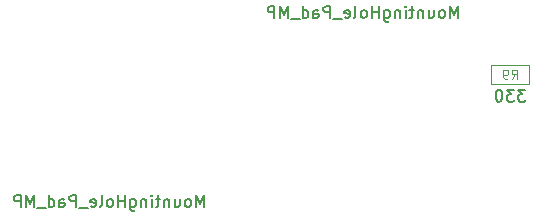
<source format=gbr>
G04 #@! TF.GenerationSoftware,KiCad,Pcbnew,8.0.4*
G04 #@! TF.CreationDate,2025-01-01T16:22:17-06:00*
G04 #@! TF.ProjectId,HVBoard,4856426f-6172-4642-9e6b-696361645f70,rev?*
G04 #@! TF.SameCoordinates,Original*
G04 #@! TF.FileFunction,AssemblyDrawing,Bot*
%FSLAX46Y46*%
G04 Gerber Fmt 4.6, Leading zero omitted, Abs format (unit mm)*
G04 Created by KiCad (PCBNEW 8.0.4) date 2025-01-01 16:22:17*
%MOMM*%
%LPD*%
G01*
G04 APERTURE LIST*
%ADD10C,0.150000*%
%ADD11C,0.120000*%
%ADD12C,0.100000*%
G04 APERTURE END LIST*
D10*
X69523809Y-15704819D02*
X69523809Y-14704819D01*
X69523809Y-14704819D02*
X69190476Y-15419104D01*
X69190476Y-15419104D02*
X68857143Y-14704819D01*
X68857143Y-14704819D02*
X68857143Y-15704819D01*
X68238095Y-15704819D02*
X68333333Y-15657200D01*
X68333333Y-15657200D02*
X68380952Y-15609580D01*
X68380952Y-15609580D02*
X68428571Y-15514342D01*
X68428571Y-15514342D02*
X68428571Y-15228628D01*
X68428571Y-15228628D02*
X68380952Y-15133390D01*
X68380952Y-15133390D02*
X68333333Y-15085771D01*
X68333333Y-15085771D02*
X68238095Y-15038152D01*
X68238095Y-15038152D02*
X68095238Y-15038152D01*
X68095238Y-15038152D02*
X68000000Y-15085771D01*
X68000000Y-15085771D02*
X67952381Y-15133390D01*
X67952381Y-15133390D02*
X67904762Y-15228628D01*
X67904762Y-15228628D02*
X67904762Y-15514342D01*
X67904762Y-15514342D02*
X67952381Y-15609580D01*
X67952381Y-15609580D02*
X68000000Y-15657200D01*
X68000000Y-15657200D02*
X68095238Y-15704819D01*
X68095238Y-15704819D02*
X68238095Y-15704819D01*
X67047619Y-15038152D02*
X67047619Y-15704819D01*
X67476190Y-15038152D02*
X67476190Y-15561961D01*
X67476190Y-15561961D02*
X67428571Y-15657200D01*
X67428571Y-15657200D02*
X67333333Y-15704819D01*
X67333333Y-15704819D02*
X67190476Y-15704819D01*
X67190476Y-15704819D02*
X67095238Y-15657200D01*
X67095238Y-15657200D02*
X67047619Y-15609580D01*
X66571428Y-15038152D02*
X66571428Y-15704819D01*
X66571428Y-15133390D02*
X66523809Y-15085771D01*
X66523809Y-15085771D02*
X66428571Y-15038152D01*
X66428571Y-15038152D02*
X66285714Y-15038152D01*
X66285714Y-15038152D02*
X66190476Y-15085771D01*
X66190476Y-15085771D02*
X66142857Y-15181009D01*
X66142857Y-15181009D02*
X66142857Y-15704819D01*
X65809523Y-15038152D02*
X65428571Y-15038152D01*
X65666666Y-14704819D02*
X65666666Y-15561961D01*
X65666666Y-15561961D02*
X65619047Y-15657200D01*
X65619047Y-15657200D02*
X65523809Y-15704819D01*
X65523809Y-15704819D02*
X65428571Y-15704819D01*
X65095237Y-15704819D02*
X65095237Y-15038152D01*
X65095237Y-14704819D02*
X65142856Y-14752438D01*
X65142856Y-14752438D02*
X65095237Y-14800057D01*
X65095237Y-14800057D02*
X65047618Y-14752438D01*
X65047618Y-14752438D02*
X65095237Y-14704819D01*
X65095237Y-14704819D02*
X65095237Y-14800057D01*
X64619047Y-15038152D02*
X64619047Y-15704819D01*
X64619047Y-15133390D02*
X64571428Y-15085771D01*
X64571428Y-15085771D02*
X64476190Y-15038152D01*
X64476190Y-15038152D02*
X64333333Y-15038152D01*
X64333333Y-15038152D02*
X64238095Y-15085771D01*
X64238095Y-15085771D02*
X64190476Y-15181009D01*
X64190476Y-15181009D02*
X64190476Y-15704819D01*
X63285714Y-15038152D02*
X63285714Y-15847676D01*
X63285714Y-15847676D02*
X63333333Y-15942914D01*
X63333333Y-15942914D02*
X63380952Y-15990533D01*
X63380952Y-15990533D02*
X63476190Y-16038152D01*
X63476190Y-16038152D02*
X63619047Y-16038152D01*
X63619047Y-16038152D02*
X63714285Y-15990533D01*
X63285714Y-15657200D02*
X63380952Y-15704819D01*
X63380952Y-15704819D02*
X63571428Y-15704819D01*
X63571428Y-15704819D02*
X63666666Y-15657200D01*
X63666666Y-15657200D02*
X63714285Y-15609580D01*
X63714285Y-15609580D02*
X63761904Y-15514342D01*
X63761904Y-15514342D02*
X63761904Y-15228628D01*
X63761904Y-15228628D02*
X63714285Y-15133390D01*
X63714285Y-15133390D02*
X63666666Y-15085771D01*
X63666666Y-15085771D02*
X63571428Y-15038152D01*
X63571428Y-15038152D02*
X63380952Y-15038152D01*
X63380952Y-15038152D02*
X63285714Y-15085771D01*
X62809523Y-15704819D02*
X62809523Y-14704819D01*
X62809523Y-15181009D02*
X62238095Y-15181009D01*
X62238095Y-15704819D02*
X62238095Y-14704819D01*
X61619047Y-15704819D02*
X61714285Y-15657200D01*
X61714285Y-15657200D02*
X61761904Y-15609580D01*
X61761904Y-15609580D02*
X61809523Y-15514342D01*
X61809523Y-15514342D02*
X61809523Y-15228628D01*
X61809523Y-15228628D02*
X61761904Y-15133390D01*
X61761904Y-15133390D02*
X61714285Y-15085771D01*
X61714285Y-15085771D02*
X61619047Y-15038152D01*
X61619047Y-15038152D02*
X61476190Y-15038152D01*
X61476190Y-15038152D02*
X61380952Y-15085771D01*
X61380952Y-15085771D02*
X61333333Y-15133390D01*
X61333333Y-15133390D02*
X61285714Y-15228628D01*
X61285714Y-15228628D02*
X61285714Y-15514342D01*
X61285714Y-15514342D02*
X61333333Y-15609580D01*
X61333333Y-15609580D02*
X61380952Y-15657200D01*
X61380952Y-15657200D02*
X61476190Y-15704819D01*
X61476190Y-15704819D02*
X61619047Y-15704819D01*
X60714285Y-15704819D02*
X60809523Y-15657200D01*
X60809523Y-15657200D02*
X60857142Y-15561961D01*
X60857142Y-15561961D02*
X60857142Y-14704819D01*
X59952380Y-15657200D02*
X60047618Y-15704819D01*
X60047618Y-15704819D02*
X60238094Y-15704819D01*
X60238094Y-15704819D02*
X60333332Y-15657200D01*
X60333332Y-15657200D02*
X60380951Y-15561961D01*
X60380951Y-15561961D02*
X60380951Y-15181009D01*
X60380951Y-15181009D02*
X60333332Y-15085771D01*
X60333332Y-15085771D02*
X60238094Y-15038152D01*
X60238094Y-15038152D02*
X60047618Y-15038152D01*
X60047618Y-15038152D02*
X59952380Y-15085771D01*
X59952380Y-15085771D02*
X59904761Y-15181009D01*
X59904761Y-15181009D02*
X59904761Y-15276247D01*
X59904761Y-15276247D02*
X60380951Y-15371485D01*
X59714285Y-15800057D02*
X58952380Y-15800057D01*
X58714284Y-15704819D02*
X58714284Y-14704819D01*
X58714284Y-14704819D02*
X58333332Y-14704819D01*
X58333332Y-14704819D02*
X58238094Y-14752438D01*
X58238094Y-14752438D02*
X58190475Y-14800057D01*
X58190475Y-14800057D02*
X58142856Y-14895295D01*
X58142856Y-14895295D02*
X58142856Y-15038152D01*
X58142856Y-15038152D02*
X58190475Y-15133390D01*
X58190475Y-15133390D02*
X58238094Y-15181009D01*
X58238094Y-15181009D02*
X58333332Y-15228628D01*
X58333332Y-15228628D02*
X58714284Y-15228628D01*
X57285713Y-15704819D02*
X57285713Y-15181009D01*
X57285713Y-15181009D02*
X57333332Y-15085771D01*
X57333332Y-15085771D02*
X57428570Y-15038152D01*
X57428570Y-15038152D02*
X57619046Y-15038152D01*
X57619046Y-15038152D02*
X57714284Y-15085771D01*
X57285713Y-15657200D02*
X57380951Y-15704819D01*
X57380951Y-15704819D02*
X57619046Y-15704819D01*
X57619046Y-15704819D02*
X57714284Y-15657200D01*
X57714284Y-15657200D02*
X57761903Y-15561961D01*
X57761903Y-15561961D02*
X57761903Y-15466723D01*
X57761903Y-15466723D02*
X57714284Y-15371485D01*
X57714284Y-15371485D02*
X57619046Y-15323866D01*
X57619046Y-15323866D02*
X57380951Y-15323866D01*
X57380951Y-15323866D02*
X57285713Y-15276247D01*
X56380951Y-15704819D02*
X56380951Y-14704819D01*
X56380951Y-15657200D02*
X56476189Y-15704819D01*
X56476189Y-15704819D02*
X56666665Y-15704819D01*
X56666665Y-15704819D02*
X56761903Y-15657200D01*
X56761903Y-15657200D02*
X56809522Y-15609580D01*
X56809522Y-15609580D02*
X56857141Y-15514342D01*
X56857141Y-15514342D02*
X56857141Y-15228628D01*
X56857141Y-15228628D02*
X56809522Y-15133390D01*
X56809522Y-15133390D02*
X56761903Y-15085771D01*
X56761903Y-15085771D02*
X56666665Y-15038152D01*
X56666665Y-15038152D02*
X56476189Y-15038152D01*
X56476189Y-15038152D02*
X56380951Y-15085771D01*
X56142856Y-15800057D02*
X55380951Y-15800057D01*
X55142855Y-15704819D02*
X55142855Y-14704819D01*
X55142855Y-14704819D02*
X54809522Y-15419104D01*
X54809522Y-15419104D02*
X54476189Y-14704819D01*
X54476189Y-14704819D02*
X54476189Y-15704819D01*
X53999998Y-15704819D02*
X53999998Y-14704819D01*
X53999998Y-14704819D02*
X53619046Y-14704819D01*
X53619046Y-14704819D02*
X53523808Y-14752438D01*
X53523808Y-14752438D02*
X53476189Y-14800057D01*
X53476189Y-14800057D02*
X53428570Y-14895295D01*
X53428570Y-14895295D02*
X53428570Y-15038152D01*
X53428570Y-15038152D02*
X53476189Y-15133390D01*
X53476189Y-15133390D02*
X53523808Y-15181009D01*
X53523808Y-15181009D02*
X53619046Y-15228628D01*
X53619046Y-15228628D02*
X53999998Y-15228628D01*
X48023809Y-31704819D02*
X48023809Y-30704819D01*
X48023809Y-30704819D02*
X47690476Y-31419104D01*
X47690476Y-31419104D02*
X47357143Y-30704819D01*
X47357143Y-30704819D02*
X47357143Y-31704819D01*
X46738095Y-31704819D02*
X46833333Y-31657200D01*
X46833333Y-31657200D02*
X46880952Y-31609580D01*
X46880952Y-31609580D02*
X46928571Y-31514342D01*
X46928571Y-31514342D02*
X46928571Y-31228628D01*
X46928571Y-31228628D02*
X46880952Y-31133390D01*
X46880952Y-31133390D02*
X46833333Y-31085771D01*
X46833333Y-31085771D02*
X46738095Y-31038152D01*
X46738095Y-31038152D02*
X46595238Y-31038152D01*
X46595238Y-31038152D02*
X46500000Y-31085771D01*
X46500000Y-31085771D02*
X46452381Y-31133390D01*
X46452381Y-31133390D02*
X46404762Y-31228628D01*
X46404762Y-31228628D02*
X46404762Y-31514342D01*
X46404762Y-31514342D02*
X46452381Y-31609580D01*
X46452381Y-31609580D02*
X46500000Y-31657200D01*
X46500000Y-31657200D02*
X46595238Y-31704819D01*
X46595238Y-31704819D02*
X46738095Y-31704819D01*
X45547619Y-31038152D02*
X45547619Y-31704819D01*
X45976190Y-31038152D02*
X45976190Y-31561961D01*
X45976190Y-31561961D02*
X45928571Y-31657200D01*
X45928571Y-31657200D02*
X45833333Y-31704819D01*
X45833333Y-31704819D02*
X45690476Y-31704819D01*
X45690476Y-31704819D02*
X45595238Y-31657200D01*
X45595238Y-31657200D02*
X45547619Y-31609580D01*
X45071428Y-31038152D02*
X45071428Y-31704819D01*
X45071428Y-31133390D02*
X45023809Y-31085771D01*
X45023809Y-31085771D02*
X44928571Y-31038152D01*
X44928571Y-31038152D02*
X44785714Y-31038152D01*
X44785714Y-31038152D02*
X44690476Y-31085771D01*
X44690476Y-31085771D02*
X44642857Y-31181009D01*
X44642857Y-31181009D02*
X44642857Y-31704819D01*
X44309523Y-31038152D02*
X43928571Y-31038152D01*
X44166666Y-30704819D02*
X44166666Y-31561961D01*
X44166666Y-31561961D02*
X44119047Y-31657200D01*
X44119047Y-31657200D02*
X44023809Y-31704819D01*
X44023809Y-31704819D02*
X43928571Y-31704819D01*
X43595237Y-31704819D02*
X43595237Y-31038152D01*
X43595237Y-30704819D02*
X43642856Y-30752438D01*
X43642856Y-30752438D02*
X43595237Y-30800057D01*
X43595237Y-30800057D02*
X43547618Y-30752438D01*
X43547618Y-30752438D02*
X43595237Y-30704819D01*
X43595237Y-30704819D02*
X43595237Y-30800057D01*
X43119047Y-31038152D02*
X43119047Y-31704819D01*
X43119047Y-31133390D02*
X43071428Y-31085771D01*
X43071428Y-31085771D02*
X42976190Y-31038152D01*
X42976190Y-31038152D02*
X42833333Y-31038152D01*
X42833333Y-31038152D02*
X42738095Y-31085771D01*
X42738095Y-31085771D02*
X42690476Y-31181009D01*
X42690476Y-31181009D02*
X42690476Y-31704819D01*
X41785714Y-31038152D02*
X41785714Y-31847676D01*
X41785714Y-31847676D02*
X41833333Y-31942914D01*
X41833333Y-31942914D02*
X41880952Y-31990533D01*
X41880952Y-31990533D02*
X41976190Y-32038152D01*
X41976190Y-32038152D02*
X42119047Y-32038152D01*
X42119047Y-32038152D02*
X42214285Y-31990533D01*
X41785714Y-31657200D02*
X41880952Y-31704819D01*
X41880952Y-31704819D02*
X42071428Y-31704819D01*
X42071428Y-31704819D02*
X42166666Y-31657200D01*
X42166666Y-31657200D02*
X42214285Y-31609580D01*
X42214285Y-31609580D02*
X42261904Y-31514342D01*
X42261904Y-31514342D02*
X42261904Y-31228628D01*
X42261904Y-31228628D02*
X42214285Y-31133390D01*
X42214285Y-31133390D02*
X42166666Y-31085771D01*
X42166666Y-31085771D02*
X42071428Y-31038152D01*
X42071428Y-31038152D02*
X41880952Y-31038152D01*
X41880952Y-31038152D02*
X41785714Y-31085771D01*
X41309523Y-31704819D02*
X41309523Y-30704819D01*
X41309523Y-31181009D02*
X40738095Y-31181009D01*
X40738095Y-31704819D02*
X40738095Y-30704819D01*
X40119047Y-31704819D02*
X40214285Y-31657200D01*
X40214285Y-31657200D02*
X40261904Y-31609580D01*
X40261904Y-31609580D02*
X40309523Y-31514342D01*
X40309523Y-31514342D02*
X40309523Y-31228628D01*
X40309523Y-31228628D02*
X40261904Y-31133390D01*
X40261904Y-31133390D02*
X40214285Y-31085771D01*
X40214285Y-31085771D02*
X40119047Y-31038152D01*
X40119047Y-31038152D02*
X39976190Y-31038152D01*
X39976190Y-31038152D02*
X39880952Y-31085771D01*
X39880952Y-31085771D02*
X39833333Y-31133390D01*
X39833333Y-31133390D02*
X39785714Y-31228628D01*
X39785714Y-31228628D02*
X39785714Y-31514342D01*
X39785714Y-31514342D02*
X39833333Y-31609580D01*
X39833333Y-31609580D02*
X39880952Y-31657200D01*
X39880952Y-31657200D02*
X39976190Y-31704819D01*
X39976190Y-31704819D02*
X40119047Y-31704819D01*
X39214285Y-31704819D02*
X39309523Y-31657200D01*
X39309523Y-31657200D02*
X39357142Y-31561961D01*
X39357142Y-31561961D02*
X39357142Y-30704819D01*
X38452380Y-31657200D02*
X38547618Y-31704819D01*
X38547618Y-31704819D02*
X38738094Y-31704819D01*
X38738094Y-31704819D02*
X38833332Y-31657200D01*
X38833332Y-31657200D02*
X38880951Y-31561961D01*
X38880951Y-31561961D02*
X38880951Y-31181009D01*
X38880951Y-31181009D02*
X38833332Y-31085771D01*
X38833332Y-31085771D02*
X38738094Y-31038152D01*
X38738094Y-31038152D02*
X38547618Y-31038152D01*
X38547618Y-31038152D02*
X38452380Y-31085771D01*
X38452380Y-31085771D02*
X38404761Y-31181009D01*
X38404761Y-31181009D02*
X38404761Y-31276247D01*
X38404761Y-31276247D02*
X38880951Y-31371485D01*
X38214285Y-31800057D02*
X37452380Y-31800057D01*
X37214284Y-31704819D02*
X37214284Y-30704819D01*
X37214284Y-30704819D02*
X36833332Y-30704819D01*
X36833332Y-30704819D02*
X36738094Y-30752438D01*
X36738094Y-30752438D02*
X36690475Y-30800057D01*
X36690475Y-30800057D02*
X36642856Y-30895295D01*
X36642856Y-30895295D02*
X36642856Y-31038152D01*
X36642856Y-31038152D02*
X36690475Y-31133390D01*
X36690475Y-31133390D02*
X36738094Y-31181009D01*
X36738094Y-31181009D02*
X36833332Y-31228628D01*
X36833332Y-31228628D02*
X37214284Y-31228628D01*
X35785713Y-31704819D02*
X35785713Y-31181009D01*
X35785713Y-31181009D02*
X35833332Y-31085771D01*
X35833332Y-31085771D02*
X35928570Y-31038152D01*
X35928570Y-31038152D02*
X36119046Y-31038152D01*
X36119046Y-31038152D02*
X36214284Y-31085771D01*
X35785713Y-31657200D02*
X35880951Y-31704819D01*
X35880951Y-31704819D02*
X36119046Y-31704819D01*
X36119046Y-31704819D02*
X36214284Y-31657200D01*
X36214284Y-31657200D02*
X36261903Y-31561961D01*
X36261903Y-31561961D02*
X36261903Y-31466723D01*
X36261903Y-31466723D02*
X36214284Y-31371485D01*
X36214284Y-31371485D02*
X36119046Y-31323866D01*
X36119046Y-31323866D02*
X35880951Y-31323866D01*
X35880951Y-31323866D02*
X35785713Y-31276247D01*
X34880951Y-31704819D02*
X34880951Y-30704819D01*
X34880951Y-31657200D02*
X34976189Y-31704819D01*
X34976189Y-31704819D02*
X35166665Y-31704819D01*
X35166665Y-31704819D02*
X35261903Y-31657200D01*
X35261903Y-31657200D02*
X35309522Y-31609580D01*
X35309522Y-31609580D02*
X35357141Y-31514342D01*
X35357141Y-31514342D02*
X35357141Y-31228628D01*
X35357141Y-31228628D02*
X35309522Y-31133390D01*
X35309522Y-31133390D02*
X35261903Y-31085771D01*
X35261903Y-31085771D02*
X35166665Y-31038152D01*
X35166665Y-31038152D02*
X34976189Y-31038152D01*
X34976189Y-31038152D02*
X34880951Y-31085771D01*
X34642856Y-31800057D02*
X33880951Y-31800057D01*
X33642855Y-31704819D02*
X33642855Y-30704819D01*
X33642855Y-30704819D02*
X33309522Y-31419104D01*
X33309522Y-31419104D02*
X32976189Y-30704819D01*
X32976189Y-30704819D02*
X32976189Y-31704819D01*
X32499998Y-31704819D02*
X32499998Y-30704819D01*
X32499998Y-30704819D02*
X32119046Y-30704819D01*
X32119046Y-30704819D02*
X32023808Y-30752438D01*
X32023808Y-30752438D02*
X31976189Y-30800057D01*
X31976189Y-30800057D02*
X31928570Y-30895295D01*
X31928570Y-30895295D02*
X31928570Y-31038152D01*
X31928570Y-31038152D02*
X31976189Y-31133390D01*
X31976189Y-31133390D02*
X32023808Y-31181009D01*
X32023808Y-31181009D02*
X32119046Y-31228628D01*
X32119046Y-31228628D02*
X32499998Y-31228628D01*
X75235713Y-21774819D02*
X74616666Y-21774819D01*
X74616666Y-21774819D02*
X74949999Y-22155771D01*
X74949999Y-22155771D02*
X74807142Y-22155771D01*
X74807142Y-22155771D02*
X74711904Y-22203390D01*
X74711904Y-22203390D02*
X74664285Y-22251009D01*
X74664285Y-22251009D02*
X74616666Y-22346247D01*
X74616666Y-22346247D02*
X74616666Y-22584342D01*
X74616666Y-22584342D02*
X74664285Y-22679580D01*
X74664285Y-22679580D02*
X74711904Y-22727200D01*
X74711904Y-22727200D02*
X74807142Y-22774819D01*
X74807142Y-22774819D02*
X75092856Y-22774819D01*
X75092856Y-22774819D02*
X75188094Y-22727200D01*
X75188094Y-22727200D02*
X75235713Y-22679580D01*
X74283332Y-21774819D02*
X73664285Y-21774819D01*
X73664285Y-21774819D02*
X73997618Y-22155771D01*
X73997618Y-22155771D02*
X73854761Y-22155771D01*
X73854761Y-22155771D02*
X73759523Y-22203390D01*
X73759523Y-22203390D02*
X73711904Y-22251009D01*
X73711904Y-22251009D02*
X73664285Y-22346247D01*
X73664285Y-22346247D02*
X73664285Y-22584342D01*
X73664285Y-22584342D02*
X73711904Y-22679580D01*
X73711904Y-22679580D02*
X73759523Y-22727200D01*
X73759523Y-22727200D02*
X73854761Y-22774819D01*
X73854761Y-22774819D02*
X74140475Y-22774819D01*
X74140475Y-22774819D02*
X74235713Y-22727200D01*
X74235713Y-22727200D02*
X74283332Y-22679580D01*
X73045237Y-21774819D02*
X72949999Y-21774819D01*
X72949999Y-21774819D02*
X72854761Y-21822438D01*
X72854761Y-21822438D02*
X72807142Y-21870057D01*
X72807142Y-21870057D02*
X72759523Y-21965295D01*
X72759523Y-21965295D02*
X72711904Y-22155771D01*
X72711904Y-22155771D02*
X72711904Y-22393866D01*
X72711904Y-22393866D02*
X72759523Y-22584342D01*
X72759523Y-22584342D02*
X72807142Y-22679580D01*
X72807142Y-22679580D02*
X72854761Y-22727200D01*
X72854761Y-22727200D02*
X72949999Y-22774819D01*
X72949999Y-22774819D02*
X73045237Y-22774819D01*
X73045237Y-22774819D02*
X73140475Y-22727200D01*
X73140475Y-22727200D02*
X73188094Y-22679580D01*
X73188094Y-22679580D02*
X73235713Y-22584342D01*
X73235713Y-22584342D02*
X73283332Y-22393866D01*
X73283332Y-22393866D02*
X73283332Y-22155771D01*
X73283332Y-22155771D02*
X73235713Y-21965295D01*
X73235713Y-21965295D02*
X73188094Y-21870057D01*
X73188094Y-21870057D02*
X73140475Y-21822438D01*
X73140475Y-21822438D02*
X73045237Y-21774819D01*
D11*
X74083332Y-20863855D02*
X74349999Y-20482902D01*
X74540475Y-20863855D02*
X74540475Y-20063855D01*
X74540475Y-20063855D02*
X74235713Y-20063855D01*
X74235713Y-20063855D02*
X74159523Y-20101950D01*
X74159523Y-20101950D02*
X74121428Y-20140045D01*
X74121428Y-20140045D02*
X74083332Y-20216236D01*
X74083332Y-20216236D02*
X74083332Y-20330521D01*
X74083332Y-20330521D02*
X74121428Y-20406712D01*
X74121428Y-20406712D02*
X74159523Y-20444807D01*
X74159523Y-20444807D02*
X74235713Y-20482902D01*
X74235713Y-20482902D02*
X74540475Y-20482902D01*
X73702380Y-20863855D02*
X73549999Y-20863855D01*
X73549999Y-20863855D02*
X73473809Y-20825760D01*
X73473809Y-20825760D02*
X73435713Y-20787664D01*
X73435713Y-20787664D02*
X73359523Y-20673379D01*
X73359523Y-20673379D02*
X73321428Y-20520998D01*
X73321428Y-20520998D02*
X73321428Y-20216236D01*
X73321428Y-20216236D02*
X73359523Y-20140045D01*
X73359523Y-20140045D02*
X73397618Y-20101950D01*
X73397618Y-20101950D02*
X73473809Y-20063855D01*
X73473809Y-20063855D02*
X73626190Y-20063855D01*
X73626190Y-20063855D02*
X73702380Y-20101950D01*
X73702380Y-20101950D02*
X73740475Y-20140045D01*
X73740475Y-20140045D02*
X73778571Y-20216236D01*
X73778571Y-20216236D02*
X73778571Y-20406712D01*
X73778571Y-20406712D02*
X73740475Y-20482902D01*
X73740475Y-20482902D02*
X73702380Y-20520998D01*
X73702380Y-20520998D02*
X73626190Y-20559093D01*
X73626190Y-20559093D02*
X73473809Y-20559093D01*
X73473809Y-20559093D02*
X73397618Y-20520998D01*
X73397618Y-20520998D02*
X73359523Y-20482902D01*
X73359523Y-20482902D02*
X73321428Y-20406712D01*
D12*
G04 #@! TO.C,R9*
X72350000Y-19700000D02*
X75550000Y-19700000D01*
X72350000Y-21300000D02*
X72350000Y-19700000D01*
X75550000Y-19700000D02*
X75550000Y-21300000D01*
X75550000Y-21300000D02*
X72350000Y-21300000D01*
G04 #@! TD*
M02*

</source>
